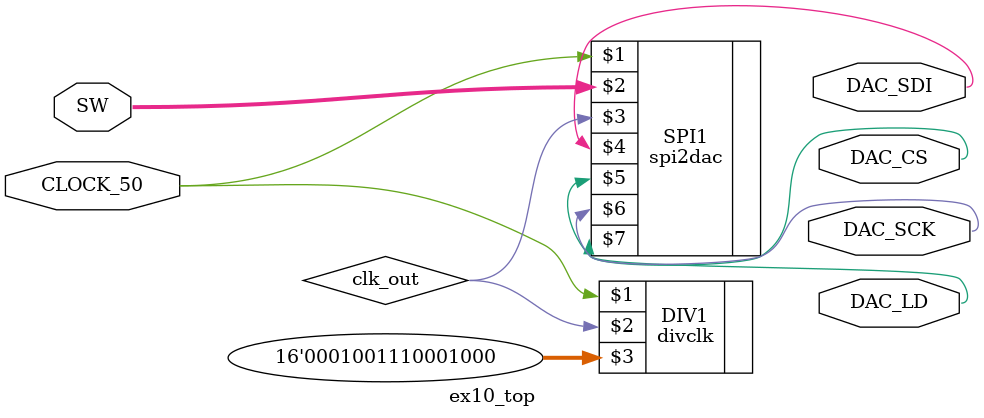
<source format=v>
module ex10_top(
	SW,
	CLOCK_50,
	DAC_CS,
	DAC_SDI,
	DAC_LD,
	DAC_SCK
	);
	
	input [9:0]SW;
	input CLOCK_50;
	output DAC_CS,DAC_SDI,DAC_LD,DAC_SCK;
	
	wire clk_out;
	
	divclk DIV1 (CLOCK_50,clk_out,16'd5000);
	
	spi2dac SPI1 (CLOCK_50,SW,clk_out,DAC_SDI,DAC_CS,DAC_SCK,DAC_LD);
	
endmodule 
</source>
